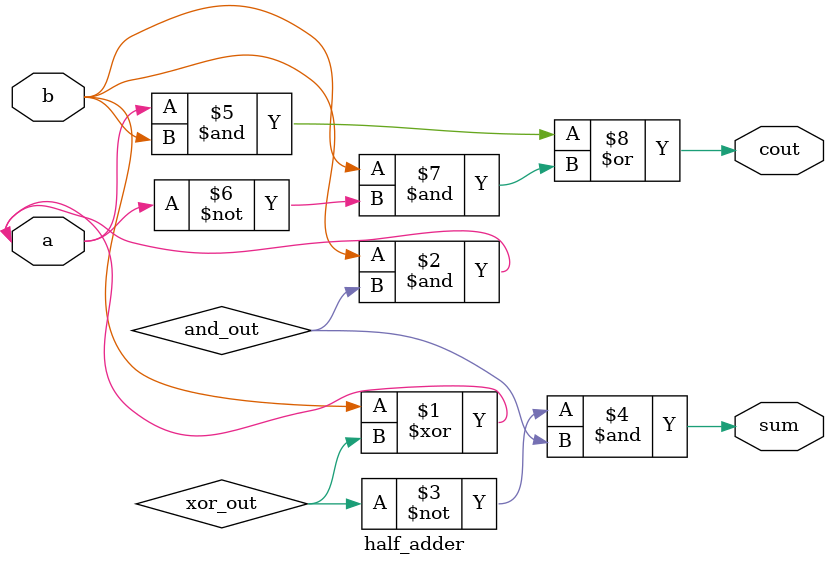
<source format=v>
module half_adder( 
input a, b,
output cout, sum );

// declare wires 
wire xor_out;
wire and_out;

// instantiate modules
xor U1 (a, b, xor_out);

and U2 (a, b, and_out);

// if a = 1, b = 1 then sum = 1
// else sum = 0
assign sum = (~xor_out)& and_out;

// if a = 1, b = 0 then carryout = 0
// if a = 0, b = 1 then carryout = 0
// else carryout = 1
assign cout = (a&b) | (b&~a);

endmodule

</source>
